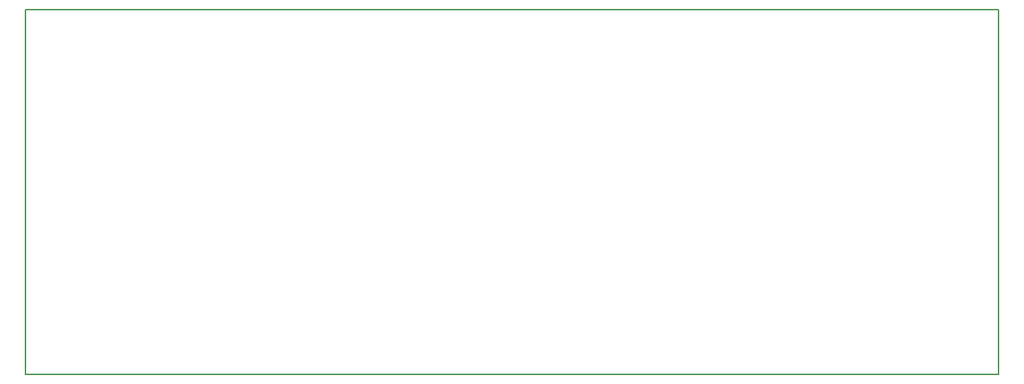
<source format=gbo>
G04 MADE WITH FRITZING*
G04 WWW.FRITZING.ORG*
G04 DOUBLE SIDED*
G04 HOLES PLATED*
G04 CONTOUR ON CENTER OF CONTOUR VECTOR*
%ASAXBY*%
%FSLAX23Y23*%
%MOIN*%
%OFA0B0*%
%SFA1.0B1.0*%
%ADD10R,4.724420X1.771650X4.708420X1.755650*%
%ADD11C,0.008000*%
%LNSILK0*%
G90*
G70*
G54D11*
X4Y1768D02*
X4720Y1768D01*
X4720Y4D01*
X4Y4D01*
X4Y1768D01*
D02*
G04 End of Silk0*
M02*
</source>
